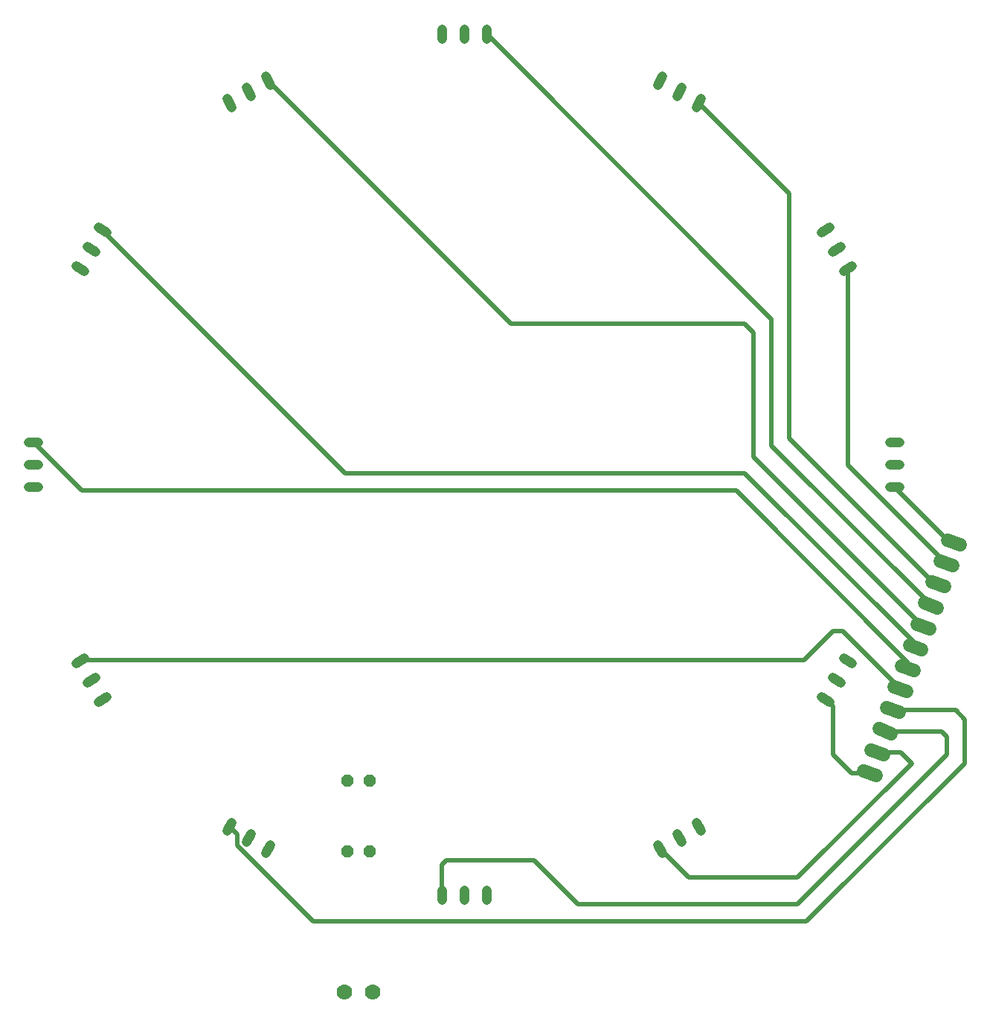
<source format=gbr>
G04 EAGLE Gerber RS-274X export*
G75*
%MOMM*%
%FSLAX34Y34*%
%LPD*%
%INTop Copper*%
%IPPOS*%
%AMOC8*
5,1,8,0,0,1.08239X$1,22.5*%
G01*
%ADD10P,1.429621X8X22.500000*%
%ADD11C,1.524000*%
%ADD12C,1.108000*%
%ADD13C,1.778000*%
%ADD14C,0.508000*%


D10*
X-132700Y-440000D03*
X-107300Y-440000D03*
X-132700Y-360000D03*
X-107300Y-360000D03*
D11*
X550620Y-86119D02*
X564941Y-91331D01*
X556253Y-115199D02*
X541932Y-109987D01*
X533245Y-133855D02*
X547566Y-139068D01*
X538879Y-162936D02*
X524558Y-157723D01*
X515871Y-181592D02*
X530191Y-186804D01*
X521504Y-210672D02*
X507183Y-205460D01*
X498496Y-229328D02*
X512817Y-234540D01*
X504129Y-258408D02*
X489809Y-253196D01*
X481121Y-277064D02*
X495442Y-282277D01*
X486755Y-306145D02*
X472434Y-300932D01*
X463747Y-324801D02*
X478068Y-330013D01*
X469380Y-353881D02*
X455059Y-348669D01*
D12*
X484460Y25400D02*
X495540Y25400D01*
X495540Y0D02*
X484460Y0D01*
X484460Y-25400D02*
X495540Y-25400D01*
X406854Y264227D02*
X416450Y269767D01*
X429150Y247770D02*
X419554Y242230D01*
X432254Y220233D02*
X441850Y225773D01*
X220233Y432254D02*
X225773Y441850D01*
X247770Y429150D02*
X242230Y419554D01*
X264227Y406854D02*
X269767Y416450D01*
X-25400Y484460D02*
X-25400Y495540D01*
X0Y495540D02*
X0Y484460D01*
X25400Y484460D02*
X25400Y495540D01*
X-264227Y406854D02*
X-269767Y416450D01*
X-247770Y429150D02*
X-242230Y419554D01*
X-220233Y432254D02*
X-225773Y441850D01*
X-432254Y220233D02*
X-441850Y225773D01*
X-429150Y247770D02*
X-419554Y242230D01*
X-406854Y264227D02*
X-416450Y269767D01*
X-484460Y-25400D02*
X-495540Y-25400D01*
X-495540Y0D02*
X-484460Y0D01*
X-484460Y25400D02*
X-495540Y25400D01*
X-406854Y-264227D02*
X-416450Y-269767D01*
X-429150Y-247770D02*
X-419554Y-242230D01*
X-432254Y-220233D02*
X-441850Y-225773D01*
X-220233Y-432254D02*
X-225773Y-441850D01*
X-247770Y-429150D02*
X-242230Y-419554D01*
X-264227Y-406854D02*
X-269767Y-416450D01*
X25400Y-484460D02*
X25400Y-495540D01*
X0Y-495540D02*
X0Y-484460D01*
X-25400Y-484460D02*
X-25400Y-495540D01*
X264227Y-406854D02*
X269767Y-416450D01*
X247770Y-429150D02*
X242230Y-419554D01*
X220233Y-432254D02*
X225773Y-441850D01*
X432254Y-220233D02*
X441850Y-225773D01*
X429150Y-247770D02*
X419554Y-242230D01*
X406854Y-264227D02*
X416450Y-269767D01*
D13*
X-104000Y-600000D03*
X-136000Y-600000D03*
D14*
X490000Y-25400D02*
X553325Y-88725D01*
X557780Y-88725D01*
X437052Y-552D02*
X437052Y223003D01*
X437052Y-552D02*
X549093Y-112593D01*
X370000Y308649D02*
X266997Y411652D01*
X536461Y-136461D02*
X540406Y-136461D01*
X370000Y30000D02*
X370000Y308649D01*
X370000Y30000D02*
X536461Y-136461D01*
X350000Y165400D02*
X25400Y490000D01*
X350000Y21389D02*
X531718Y-160330D01*
X350000Y21389D02*
X350000Y165400D01*
X54049Y160000D02*
X-223003Y437052D01*
X54049Y160000D02*
X320000Y160000D01*
X330000Y150000D01*
X330000Y8833D02*
X523031Y-184198D01*
X330000Y8833D02*
X330000Y150000D01*
X-134655Y-10000D02*
X-411652Y266997D01*
X-134655Y-10000D02*
X320000Y-10000D01*
X514344Y-204344D01*
X514344Y-208066D01*
X-434600Y-30000D02*
X-490000Y25400D01*
X-434600Y-30000D02*
X310000Y-30000D01*
X505656Y-225656D01*
X505656Y-231934D01*
X386997Y-223003D02*
X-437052Y-223003D01*
X386997Y-223003D02*
X420000Y-190000D01*
X431167Y-190000D01*
X496969Y-255802D01*
X-258076Y-420573D02*
X-266997Y-411652D01*
X-258076Y-420573D02*
X-258076Y-433419D01*
X-171495Y-520000D01*
X390000Y-520000D01*
X570000Y-340000D01*
X570000Y-290000D01*
X559670Y-279670D01*
X488282Y-279670D01*
X-25400Y-455400D02*
X-25400Y-490000D01*
X-25400Y-455400D02*
X-20000Y-450000D01*
X80000Y-450000D01*
X130000Y-500000D02*
X380000Y-500000D01*
X550000Y-330000D01*
X550000Y-310000D01*
X543539Y-303539D01*
X479594Y-303539D01*
X130000Y-500000D02*
X80000Y-450000D01*
X223003Y-437052D02*
X255951Y-470000D01*
X380000Y-470000D01*
X510000Y-340000D01*
X497407Y-327407D01*
X470907Y-327407D01*
X420000Y-275345D02*
X411652Y-266997D01*
X420000Y-275345D02*
X420000Y-330000D01*
X441275Y-351275D01*
X462220Y-351275D01*
M02*

</source>
